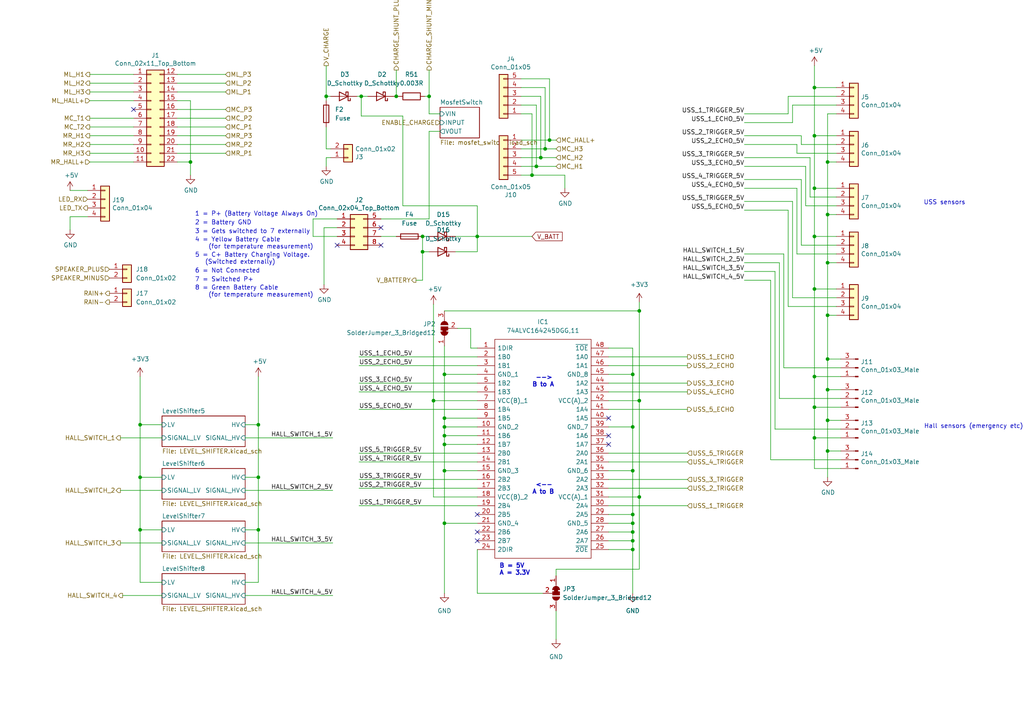
<source format=kicad_sch>
(kicad_sch (version 20211123) (generator eeschema)
  (paper "A4")
  (lib_symbols
    (symbol "74ALVC164245DGG_11:74ALVC164245DGG,11" (pin_names (offset 0.762))
      (property "Reference" "IC" (at 34.29 7.62 0))
      (property "Value" "74ALVC164245DGG,11" (at 34.29 5.08 0))
      (symbol "74ALVC164245DGG,11_0_0"
        (pin passive line (at 0 0 0) (length 5.08) (name "1DIR") (number "1"))
        (pin passive line (at 0 -22.86 0) (length 5.08) (name "GND_2") (number "10"))
        (pin passive line (at 0 -25.4 0) (length 5.08) (name "1B6") (number "11"))
        (pin passive line (at 0 -27.94 0) (length 5.08) (name "1B7") (number "12"))
        (pin passive line (at 0 -30.48 0) (length 5.08) (name "2B0") (number "13"))
        (pin passive line (at 0 -33.02 0) (length 5.08) (name "2B1") (number "14"))
        (pin passive line (at 0 -35.56 0) (length 5.08) (name "GND_3") (number "15"))
        (pin passive line (at 0 -38.1 0) (length 5.08) (name "2B2") (number "16"))
        (pin passive line (at 0 -40.64 0) (length 5.08) (name "2B3") (number "17"))
        (pin passive line (at 0 -43.18 0) (length 5.08) (name "VCC(B)_2") (number "18"))
        (pin passive line (at 0 -45.72 0) (length 5.08) (name "2B4") (number "19"))
        (pin passive line (at 0 -2.54 0) (length 5.08) (name "1B0") (number "2"))
        (pin passive line (at 0 -48.26 0) (length 5.08) (name "2B5") (number "20"))
        (pin passive line (at 0 -50.8 0) (length 5.08) (name "GND_4") (number "21"))
        (pin passive line (at 0 -53.34 0) (length 5.08) (name "2B6") (number "22"))
        (pin passive line (at 0 -55.88 0) (length 5.08) (name "2B7") (number "23"))
        (pin passive line (at 0 -58.42 0) (length 5.08) (name "2DIR") (number "24"))
        (pin passive line (at 38.1 -58.42 180) (length 5.08) (name "~{2OE}") (number "25"))
        (pin passive line (at 38.1 -55.88 180) (length 5.08) (name "2A7") (number "26"))
        (pin passive line (at 38.1 -53.34 180) (length 5.08) (name "2A6") (number "27"))
        (pin passive line (at 38.1 -50.8 180) (length 5.08) (name "GND_5") (number "28"))
        (pin passive line (at 38.1 -48.26 180) (length 5.08) (name "2A5") (number "29"))
        (pin passive line (at 0 -5.08 0) (length 5.08) (name "1B1") (number "3"))
        (pin passive line (at 38.1 -45.72 180) (length 5.08) (name "2A4") (number "30"))
        (pin passive line (at 38.1 -43.18 180) (length 5.08) (name "VCC(A)_1") (number "31"))
        (pin passive line (at 38.1 -40.64 180) (length 5.08) (name "2A3") (number "32"))
        (pin passive line (at 38.1 -38.1 180) (length 5.08) (name "2A2") (number "33"))
        (pin passive line (at 38.1 -35.56 180) (length 5.08) (name "GND_6") (number "34"))
        (pin passive line (at 38.1 -33.02 180) (length 5.08) (name "2A1") (number "35"))
        (pin passive line (at 38.1 -30.48 180) (length 5.08) (name "2A0") (number "36"))
        (pin passive line (at 38.1 -27.94 180) (length 5.08) (name "1A7") (number "37"))
        (pin passive line (at 38.1 -25.4 180) (length 5.08) (name "1A6") (number "38"))
        (pin passive line (at 38.1 -22.86 180) (length 5.08) (name "GND_7") (number "39"))
        (pin passive line (at 0 -7.62 0) (length 5.08) (name "GND_1") (number "4"))
        (pin passive line (at 38.1 -20.32 180) (length 5.08) (name "1A5") (number "40"))
        (pin passive line (at 38.1 -17.78 180) (length 5.08) (name "1A4") (number "41"))
        (pin passive line (at 38.1 -15.24 180) (length 5.08) (name "VCC(A)_2") (number "42"))
        (pin passive line (at 38.1 -12.7 180) (length 5.08) (name "1A3") (number "43"))
        (pin passive line (at 38.1 -10.16 180) (length 5.08) (name "1A2") (number "44"))
        (pin passive line (at 38.1 -7.62 180) (length 5.08) (name "GND_8") (number "45"))
        (pin passive line (at 38.1 -5.08 180) (length 5.08) (name "1A1") (number "46"))
        (pin passive line (at 38.1 -2.54 180) (length 5.08) (name "1A0") (number "47"))
        (pin passive line (at 38.1 0 180) (length 5.08) (name "~{1OE}") (number "48"))
        (pin passive line (at 0 -10.16 0) (length 5.08) (name "1B2") (number "5"))
        (pin passive line (at 0 -12.7 0) (length 5.08) (name "1B3") (number "6"))
        (pin passive line (at 0 -15.24 0) (length 5.08) (name "VCC(B)_1") (number "7"))
        (pin passive line (at 0 -17.78 0) (length 5.08) (name "1B4") (number "8"))
        (pin passive line (at 0 -20.32 0) (length 5.08) (name "1B5") (number "9"))
      )
    )
    (symbol "Connector:Conn_01x03_Male" (pin_names (offset 1.016) hide)
      (property "Reference" "J" (at 0 5.08 0))
      (property "Value" "Conn_01x03_Male" (at 0 -5.08 0))
      (symbol "Conn_01x03_Male_1_1"
        (pin passive line (at 5.08 2.54 180) (length 3.81) (name "Pin_1") (number "1"))
        (pin passive line (at 5.08 0 180) (length 3.81) (name "Pin_2") (number "2"))
        (pin passive line (at 5.08 -2.54 180) (length 3.81) (name "Pin_3") (number "3"))
      )
    )
    (symbol "Connector_Generic:Conn_01x02" (pin_names (offset 1.016) hide)
      (property "Reference" "J" (at 0 2.54 0))
      (property "Value" "Conn_01x02" (at 0 -5.08 0))
      (symbol "Conn_01x02_1_1"
        (pin passive line (at -5.08 0 0) (length 3.81) (name "Pin_1") (number "1"))
        (pin passive line (at -5.08 -2.54 0) (length 3.81) (name "Pin_2") (number "2"))
      )
    )
    (symbol "Connector_Generic:Conn_01x04" (pin_names (offset 1.016) hide)
      (property "Reference" "J" (at 0 5.08 0))
      (property "Value" "Conn_01x04" (at 0 -7.62 0))
      (symbol "Conn_01x04_1_1"
        (pin passive line (at -5.08 2.54 0) (length 3.81) (name "Pin_1") (number "1"))
        (pin passive line (at -5.08 0 0) (length 3.81) (name "Pin_2") (number "2"))
        (pin passive line (at -5.08 -2.54 0) (length 3.81) (name "Pin_3") (number "3"))
        (pin passive line (at -5.08 -5.08 0) (length 3.81) (name "Pin_4") (number "4"))
      )
    )
    (symbol "Connector_Generic:Conn_01x05" (pin_names (offset 1.016) hide)
      (property "Reference" "J" (at 0 7.62 0))
      (property "Value" "Conn_01x05" (at 0 -7.62 0))
      (symbol "Conn_01x05_1_1"
        (pin passive line (at -5.08 5.08 0) (length 3.81) (name "Pin_1") (number "1"))
        (pin passive line (at -5.08 2.54 0) (length 3.81) (name "Pin_2") (number "2"))
        (pin passive line (at -5.08 0 0) (length 3.81) (name "Pin_3") (number "3"))
        (pin passive line (at -5.08 -2.54 0) (length 3.81) (name "Pin_4") (number "4"))
        (pin passive line (at -5.08 -5.08 0) (length 3.81) (name "Pin_5") (number "5"))
      )
    )
    (symbol "Connector_Generic:Conn_02x04_Top_Bottom" (pin_names (offset 1.016) hide)
      (property "Reference" "J" (at 1.27 5.08 0))
      (property "Value" "Conn_02x04_Top_Bottom" (at 1.27 -7.62 0))
      (symbol "Conn_02x04_Top_Bottom_1_1"
        (pin passive line (at -5.08 2.54 0) (length 3.81) (name "Pin_1") (number "1"))
        (pin passive line (at -5.08 0 0) (length 3.81) (name "Pin_2") (number "2"))
        (pin passive line (at -5.08 -2.54 0) (length 3.81) (name "Pin_3") (number "3"))
        (pin passive line (at -5.08 -5.08 0) (length 3.81) (name "Pin_4") (number "4"))
        (pin passive line (at 7.62 2.54 180) (length 3.81) (name "Pin_5") (number "5"))
        (pin passive line (at 7.62 0 180) (length 3.81) (name "Pin_6") (number "6"))
        (pin passive line (at 7.62 -2.54 180) (length 3.81) (name "Pin_7") (number "7"))
        (pin passive line (at 7.62 -5.08 180) (length 3.81) (name "Pin_8") (number "8"))
      )
    )
    (symbol "Connector_Generic:Conn_02x11_Top_Bottom" (pin_names (offset 1.016) hide)
      (property "Reference" "J" (at 1.27 15.24 0))
      (property "Value" "Conn_02x11_Top_Bottom" (at 1.27 -15.24 0))
      (symbol "Conn_02x11_Top_Bottom_1_1"
        (pin passive line (at -5.08 12.7 0) (length 3.81) (name "Pin_1") (number "1"))
        (pin passive line (at -5.08 -10.16 0) (length 3.81) (name "Pin_10") (number "10"))
        (pin passive line (at -5.08 -12.7 0) (length 3.81) (name "Pin_11") (number "11"))
        (pin passive line (at 7.62 12.7 180) (length 3.81) (name "Pin_12") (number "12"))
        (pin passive line (at 7.62 10.16 180) (length 3.81) (name "Pin_13") (number "13"))
        (pin passive line (at 7.62 7.62 180) (length 3.81) (name "Pin_14") (number "14"))
        (pin passive line (at 7.62 5.08 180) (length 3.81) (name "Pin_15") (number "15"))
        (pin passive line (at 7.62 2.54 180) (length 3.81) (name "Pin_16") (number "16"))
        (pin passive line (at 7.62 0 180) (length 3.81) (name "Pin_17") (number "17"))
        (pin passive line (at 7.62 -2.54 180) (length 3.81) (name "Pin_18") (number "18"))
        (pin passive line (at 7.62 -5.08 180) (length 3.81) (name "Pin_19") (number "19"))
        (pin passive line (at -5.08 10.16 0) (length 3.81) (name "Pin_2") (number "2"))
        (pin passive line (at 7.62 -7.62 180) (length 3.81) (name "Pin_20") (number "20"))
        (pin passive line (at 7.62 -10.16 180) (length 3.81) (name "Pin_21") (number "21"))
        (pin passive line (at 7.62 -12.7 180) (length 3.81) (name "Pin_22") (number "22"))
        (pin passive line (at -5.08 7.62 0) (length 3.81) (name "Pin_3") (number "3"))
        (pin passive line (at -5.08 5.08 0) (length 3.81) (name "Pin_4") (number "4"))
        (pin passive line (at -5.08 2.54 0) (length 3.81) (name "Pin_5") (number "5"))
        (pin passive line (at -5.08 0 0) (length 3.81) (name "Pin_6") (number "6"))
        (pin passive line (at -5.08 -2.54 0) (length 3.81) (name "Pin_7") (number "7"))
        (pin passive line (at -5.08 -5.08 0) (length 3.81) (name "Pin_8") (number "8"))
        (pin passive line (at -5.08 -7.62 0) (length 3.81) (name "Pin_9") (number "9"))
      )
    )
    (symbol "Device:D_Schottky" (pin_numbers hide) (pin_names (offset 1.016) hide)
      (property "Reference" "D" (at 0 2.54 0))
      (property "Value" "D_Schottky" (at 0 -2.54 0))
      (symbol "D_Schottky_1_1"
        (pin passive line (at -3.81 0 0) (length 2.54) (name "K") (number "1"))
        (pin passive line (at 3.81 0 180) (length 2.54) (name "A") (number "2"))
      )
    )
    (symbol "Device:Fuse" (pin_numbers hide) (pin_names (offset 0))
      (property "Reference" "F" (at 2.032 0 90))
      (property "Value" "Fuse" (at -1.905 0 90))
      (symbol "Fuse_1_1"
        (pin passive line (at 0 3.81 270) (length 1.27) (name "~") (number "1"))
        (pin passive line (at 0 -3.81 90) (length 1.27) (name "~") (number "2"))
      )
    )
    (symbol "Device:R" (pin_numbers hide) (pin_names (offset 0))
      (property "Reference" "R" (at 2.032 0 90))
      (property "Value" "R" (at 0 0 90))
      (symbol "R_1_1"
        (pin passive line (at 0 3.81 270) (length 1.27) (name "~") (number "1"))
        (pin passive line (at 0 -3.81 90) (length 1.27) (name "~") (number "2"))
      )
    )
    (symbol "Jumper:SolderJumper_3_Bridged12" (pin_names (offset 0) hide)
      (property "Reference" "JP" (at -2.54 -2.54 0))
      (property "Value" "SolderJumper_3_Bridged12" (at 0 2.794 0))
      (symbol "SolderJumper_3_Bridged12_1_1"
        (pin passive line (at -5.08 0 0) (length 2.54) (name "A") (number "1"))
        (pin input line (at 0 -3.81 90) (length 2.54) (name "C") (number "2"))
        (pin passive line (at 5.08 0 180) (length 2.54) (name "B") (number "3"))
      )
    )
    (symbol "power:+3.3V" (power) (pin_names (offset 0))
      (property "Value" "+3.3V" (at 0 3.556 0))
      (symbol "+3.3V_1_1"
        (pin power_in line (at 0 0 90) (length 0) hide (name "+3V3") (number "1"))
      )
    )
    (symbol "power:+5V" (power) (pin_names (offset 0))
      (property "Value" "+5V" (at 0 3.556 0))
      (symbol "+5V_1_1"
        (pin power_in line (at 0 0 90) (length 0) hide (name "+5V") (number "1"))
      )
    )
    (symbol "power:GND" (power) (pin_names (offset 0))
      (property "Value" "GND" (at 0 -3.81 0))
      (symbol "GND_1_1"
        (pin power_in line (at 0 0 270) (length 0) hide (name "GND") (number "1"))
      )
    )
  )
  (junction (at 185.42 116.205))
  (junction (at 183.515 149.225))
  (junction (at 128.905 108.585))
  (junction (at 236.22 127))
  (junction (at 183.515 123.825))
  (junction (at 128.905 136.525))
  (junction (at 183.515 159.385))
  (junction (at 236.22 109.22))
  (junction (at 74.93 123.19))
  (junction (at 240.03 130.81))
  (junction (at 154.305 50.8))
  (junction (at 74.93 153.67))
  (junction (at 125.73 116.205))
  (junction (at 240.03 104.14))
  (junction (at 236.22 39.37))
  (junction (at 40.64 153.67))
  (junction (at 240.03 46.99))
  (junction (at 240.03 76.2))
  (junction (at 128.905 128.905))
  (junction (at 240.03 91.44))
  (junction (at 104.775 27.94))
  (junction (at 128.905 151.765))
  (junction (at 236.22 83.82))
  (junction (at 40.64 123.19))
  (junction (at 185.42 90.17))
  (junction (at 94.615 27.94))
  (junction (at 122.555 73.025))
  (junction (at 138.43 68.58))
  (junction (at 124.46 27.94))
  (junction (at 155.575 48.26))
  (junction (at 240.03 121.92))
  (junction (at 40.64 138.43))
  (junction (at 183.515 154.305))
  (junction (at 185.42 144.145))
  (junction (at 128.905 121.285))
  (junction (at 236.22 25.4))
  (junction (at 183.515 156.845))
  (junction (at 55.245 46.99))
  (junction (at 183.515 151.765))
  (junction (at 236.22 118.11))
  (junction (at 159.385 40.64))
  (junction (at 114.935 27.94))
  (junction (at 158.115 43.18))
  (junction (at 183.515 108.585))
  (junction (at 240.03 113.03))
  (junction (at 156.845 45.72))
  (junction (at 240.03 62.23))
  (junction (at 236.22 54.61))
  (junction (at 74.93 138.43))
  (junction (at 183.515 136.525))
  (junction (at 128.905 126.365))
  (junction (at 236.22 68.58))
  (junction (at 122.555 68.58))
  (junction (at 128.905 123.825))
  (no_connect (at 138.43 149.225))
  (no_connect (at 138.43 154.305))
  (no_connect (at 138.43 156.845))
  (no_connect (at 38.735 31.75))
  (no_connect (at 176.53 128.905))
  (no_connect (at 176.53 126.365))
  (no_connect (at 176.53 121.285))
  (no_connect (at 110.49 71.12))
  (no_connect (at 97.79 71.12))
  (no_connect (at 110.49 66.04))
  (wire (pts (xy 242.57 76.2) (xy 240.03 76.2)))
  (wire (pts (xy 240.03 104.14) (xy 243.84 104.14)))
  (wire (pts (xy 183.515 149.225) (xy 183.515 151.765)))
  (wire (pts (xy 176.53 123.825) (xy 183.515 123.825)))
  (wire (pts (xy 236.22 127) (xy 243.84 127)))
  (wire (pts (xy 136.525 100.965) (xy 138.43 100.965)))
  (wire (pts (xy 40.64 138.43) (xy 46.99 138.43)))
  (wire (pts (xy 127.635 38.1) (xy 124.46 38.1)))
  (wire (pts (xy 128.905 100.33) (xy 128.905 108.585)))
  (wire (pts (xy 51.435 21.59) (xy 65.405 21.59)))
  (wire (pts (xy 104.775 33.655) (xy 116.84 33.655)))
  (wire (pts (xy 128.905 128.905) (xy 138.43 128.905)))
  (wire (pts (xy 71.12 142.24) (xy 96.52 142.24)))
  (wire (pts (xy 34.925 142.24) (xy 46.99 142.24)))
  (wire (pts (xy 176.53 144.145) (xy 185.42 144.145)))
  (wire (pts (xy 114.935 20.32) (xy 114.935 27.94)))
  (wire (pts (xy 156.845 27.94) (xy 156.845 45.72)))
  (wire (pts (xy 51.435 46.99) (xy 55.245 46.99)))
  (wire (pts (xy 51.435 36.83) (xy 65.405 36.83)))
  (wire (pts (xy 114.935 27.94) (xy 115.57 27.94)))
  (wire (pts (xy 215.9 35.56) (xy 229.87 35.56)))
  (wire (pts (xy 215.9 39.37) (xy 232.41 39.37)))
  (wire (pts (xy 183.515 108.585) (xy 183.515 123.825)))
  (wire (pts (xy 38.735 44.45) (xy 26.035 44.45)))
  (wire (pts (xy 161.29 177.165) (xy 161.29 185.42)))
  (wire (pts (xy 94.615 36.83) (xy 94.615 43.18)))
  (wire (pts (xy 104.775 27.94) (xy 104.775 33.655)))
  (wire (pts (xy 224.79 78.74) (xy 215.9 78.74)))
  (wire (pts (xy 242.57 62.23) (xy 240.03 62.23)))
  (wire (pts (xy 138.43 139.065) (xy 104.14 139.065)))
  (wire (pts (xy 128.905 121.285) (xy 138.43 121.285)))
  (wire (pts (xy 158.115 43.18) (xy 161.29 43.18)))
  (wire (pts (xy 183.515 151.765) (xy 183.515 154.305)))
  (wire (pts (xy 38.735 34.29) (xy 26.035 34.29)))
  (wire (pts (xy 40.64 123.19) (xy 46.99 123.19)))
  (wire (pts (xy 215.9 33.02) (xy 228.6 33.02)))
  (wire (pts (xy 51.435 41.91) (xy 65.405 41.91)))
  (wire (pts (xy 236.22 83.82) (xy 236.22 109.22)))
  (wire (pts (xy 183.515 136.525) (xy 183.515 149.225)))
  (wire (pts (xy 176.53 116.205) (xy 185.42 116.205)))
  (wire (pts (xy 138.43 68.58) (xy 154.305 68.58)))
  (wire (pts (xy 51.435 24.13) (xy 65.405 24.13)))
  (wire (pts (xy 183.515 156.845) (xy 183.515 159.385)))
  (wire (pts (xy 40.64 168.91) (xy 40.64 153.67)))
  (wire (pts (xy 215.9 54.61) (xy 231.14 54.61)))
  (wire (pts (xy 242.57 88.9) (xy 228.6 88.9)))
  (wire (pts (xy 38.735 26.67) (xy 26.035 26.67)))
  (wire (pts (xy 132.08 73.025) (xy 138.43 73.025)))
  (wire (pts (xy 243.84 106.68) (xy 227.33 106.68)))
  (wire (pts (xy 114.3 27.94) (xy 114.935 27.94)))
  (wire (pts (xy 199.39 113.665) (xy 176.53 113.665)))
  (wire (pts (xy 138.43 146.685) (xy 104.14 146.685)))
  (wire (pts (xy 25.4 62.865) (xy 20.32 62.865)))
  (wire (pts (xy 122.555 73.025) (xy 124.46 73.025)))
  (wire (pts (xy 215.9 81.28) (xy 223.52 81.28)))
  (wire (pts (xy 26.035 46.99) (xy 38.735 46.99)))
  (wire (pts (xy 40.64 153.67) (xy 46.99 153.67)))
  (wire (pts (xy 240.03 62.23) (xy 240.03 76.2)))
  (wire (pts (xy 127.635 33.02) (xy 124.46 33.02)))
  (wire (pts (xy 138.43 141.605) (xy 104.14 141.605)))
  (wire (pts (xy 199.39 141.605) (xy 176.53 141.605)))
  (wire (pts (xy 176.53 136.525) (xy 183.515 136.525)))
  (wire (pts (xy 151.13 45.72) (xy 156.845 45.72)))
  (wire (pts (xy 234.95 57.15) (xy 242.57 57.15)))
  (wire (pts (xy 226.06 115.57) (xy 243.84 115.57)))
  (wire (pts (xy 240.03 91.44) (xy 240.03 104.14)))
  (wire (pts (xy 236.22 109.22) (xy 243.84 109.22)))
  (wire (pts (xy 223.52 133.35) (xy 243.84 133.35)))
  (wire (pts (xy 183.515 100.965) (xy 183.515 108.585)))
  (wire (pts (xy 228.6 27.94) (xy 242.57 27.94)))
  (wire (pts (xy 236.22 118.11) (xy 236.22 127)))
  (wire (pts (xy 228.6 60.96) (xy 215.9 60.96)))
  (wire (pts (xy 242.57 46.99) (xy 240.03 46.99)))
  (wire (pts (xy 128.905 136.525) (xy 138.43 136.525)))
  (wire (pts (xy 138.43 108.585) (xy 128.905 108.585)))
  (wire (pts (xy 242.57 91.44) (xy 240.03 91.44)))
  (wire (pts (xy 40.64 138.43) (xy 40.64 123.19)))
  (wire (pts (xy 242.57 54.61) (xy 236.22 54.61)))
  (wire (pts (xy 94.615 43.18) (xy 95.885 43.18)))
  (wire (pts (xy 233.68 59.69) (xy 233.68 48.26)))
  (wire (pts (xy 51.435 39.37) (xy 65.405 39.37)))
  (wire (pts (xy 151.13 25.4) (xy 158.115 25.4)))
  (wire (pts (xy 199.39 106.045) (xy 176.53 106.045)))
  (wire (pts (xy 71.12 123.19) (xy 74.93 123.19)))
  (wire (pts (xy 151.13 43.18) (xy 158.115 43.18)))
  (wire (pts (xy 138.43 144.145) (xy 125.73 144.145)))
  (wire (pts (xy 110.49 68.58) (xy 114.935 68.58)))
  (wire (pts (xy 71.12 127) (xy 96.52 127)))
  (wire (pts (xy 240.03 46.99) (xy 240.03 62.23)))
  (wire (pts (xy 176.53 108.585) (xy 183.515 108.585)))
  (wire (pts (xy 154.305 50.8) (xy 163.83 50.8)))
  (wire (pts (xy 228.6 88.9) (xy 228.6 60.96)))
  (wire (pts (xy 240.03 130.81) (xy 240.03 138.43)))
  (wire (pts (xy 38.735 36.83) (xy 26.035 36.83)))
  (wire (pts (xy 138.43 159.385) (xy 138.43 172.085)))
  (wire (pts (xy 176.53 151.765) (xy 183.515 151.765)))
  (wire (pts (xy 97.79 66.04) (xy 93.98 66.04)))
  (wire (pts (xy 176.53 159.385) (xy 183.515 159.385)))
  (wire (pts (xy 199.39 131.445) (xy 176.53 131.445)))
  (wire (pts (xy 51.435 31.75) (xy 65.405 31.75)))
  (wire (pts (xy 74.93 123.19) (xy 74.93 109.22)))
  (wire (pts (xy 151.13 30.48) (xy 155.575 30.48)))
  (wire (pts (xy 151.13 33.02) (xy 154.305 33.02)))
  (wire (pts (xy 95.885 45.72) (xy 94.615 45.72)))
  (wire (pts (xy 232.41 71.12) (xy 232.41 52.07)))
  (wire (pts (xy 128.905 108.585) (xy 128.905 121.285)))
  (wire (pts (xy 240.03 113.03) (xy 240.03 121.92)))
  (wire (pts (xy 38.735 41.91) (xy 26.035 41.91)))
  (wire (pts (xy 183.515 123.825) (xy 183.515 136.525)))
  (wire (pts (xy 240.03 130.81) (xy 243.84 130.81)))
  (wire (pts (xy 231.14 41.91) (xy 215.9 41.91)))
  (wire (pts (xy 176.53 100.965) (xy 183.515 100.965)))
  (wire (pts (xy 122.555 81.28) (xy 122.555 73.025)))
  (wire (pts (xy 128.905 123.825) (xy 138.43 123.825)))
  (wire (pts (xy 242.57 33.02) (xy 240.03 33.02)))
  (wire (pts (xy 35.56 172.72) (xy 46.99 172.72)))
  (wire (pts (xy 231.14 73.66) (xy 242.57 73.66)))
  (wire (pts (xy 124.46 20.32) (xy 124.46 27.94)))
  (wire (pts (xy 116.84 59.69) (xy 138.43 59.69)))
  (wire (pts (xy 231.14 44.45) (xy 231.14 41.91)))
  (wire (pts (xy 176.53 149.225) (xy 183.515 149.225)))
  (wire (pts (xy 159.385 22.86) (xy 159.385 40.64)))
  (wire (pts (xy 231.14 54.61) (xy 231.14 73.66)))
  (wire (pts (xy 199.39 103.505) (xy 176.53 103.505)))
  (wire (pts (xy 156.845 45.72) (xy 161.29 45.72)))
  (wire (pts (xy 122.555 68.58) (xy 124.46 68.58)))
  (wire (pts (xy 232.41 41.91) (xy 242.57 41.91)))
  (wire (pts (xy 120.65 81.28) (xy 122.555 81.28)))
  (wire (pts (xy 138.43 133.985) (xy 104.14 133.985)))
  (wire (pts (xy 240.03 76.2) (xy 240.03 91.44)))
  (wire (pts (xy 224.79 124.46) (xy 224.79 78.74)))
  (wire (pts (xy 236.22 39.37) (xy 236.22 25.4)))
  (wire (pts (xy 104.14 111.125) (xy 138.43 111.125)))
  (wire (pts (xy 199.39 111.125) (xy 176.53 111.125)))
  (wire (pts (xy 51.435 34.29) (xy 65.405 34.29)))
  (wire (pts (xy 229.87 35.56) (xy 229.87 30.48)))
  (wire (pts (xy 20.32 62.865) (xy 20.32 66.675)))
  (wire (pts (xy 90.805 63.5) (xy 90.805 68.58)))
  (wire (pts (xy 74.93 138.43) (xy 74.93 123.19)))
  (wire (pts (xy 199.39 118.745) (xy 176.53 118.745)))
  (wire (pts (xy 94.615 27.94) (xy 94.615 29.21)))
  (wire (pts (xy 242.57 44.45) (xy 231.14 44.45)))
  (wire (pts (xy 236.22 83.82) (xy 242.57 83.82)))
  (wire (pts (xy 236.22 68.58) (xy 236.22 83.82)))
  (wire (pts (xy 229.87 86.36) (xy 242.57 86.36)))
  (wire (pts (xy 215.9 76.2) (xy 226.06 76.2)))
  (wire (pts (xy 185.42 90.17) (xy 185.42 116.205)))
  (wire (pts (xy 151.13 27.94) (xy 156.845 27.94)))
  (wire (pts (xy 236.22 118.11) (xy 243.84 118.11)))
  (wire (pts (xy 151.13 22.86) (xy 159.385 22.86)))
  (wire (pts (xy 232.41 39.37) (xy 232.41 41.91)))
  (wire (pts (xy 51.435 29.21) (xy 55.245 29.21)))
  (wire (pts (xy 243.84 124.46) (xy 224.79 124.46)))
  (wire (pts (xy 242.57 39.37) (xy 236.22 39.37)))
  (wire (pts (xy 229.87 58.42) (xy 229.87 86.36)))
  (wire (pts (xy 240.03 113.03) (xy 243.84 113.03)))
  (wire (pts (xy 154.305 33.02) (xy 154.305 50.8)))
  (wire (pts (xy 161.29 165.1) (xy 161.29 167.005)))
  (wire (pts (xy 128.905 90.17) (xy 185.42 90.17)))
  (wire (pts (xy 155.575 48.26) (xy 161.29 48.26)))
  (wire (pts (xy 71.12 138.43) (xy 74.93 138.43)))
  (wire (pts (xy 183.515 154.305) (xy 183.515 156.845)))
  (wire (pts (xy 74.93 153.67) (xy 74.93 138.43)))
  (wire (pts (xy 51.435 44.45) (xy 65.405 44.45)))
  (wire (pts (xy 124.46 33.02) (xy 124.46 27.94)))
  (wire (pts (xy 223.52 81.28) (xy 223.52 133.35)))
  (wire (pts (xy 93.98 66.04) (xy 93.98 82.55)))
  (wire (pts (xy 199.39 146.685) (xy 176.53 146.685)))
  (wire (pts (xy 123.19 27.94) (xy 124.46 27.94)))
  (wire (pts (xy 104.775 27.94) (xy 106.68 27.94)))
  (wire (pts (xy 236.22 109.22) (xy 236.22 118.11)))
  (wire (pts (xy 159.385 40.64) (xy 161.29 40.64)))
  (wire (pts (xy 128.905 151.765) (xy 138.43 151.765)))
  (wire (pts (xy 232.41 52.07) (xy 215.9 52.07)))
  (wire (pts (xy 20.32 55.245) (xy 25.4 55.245)))
  (wire (pts (xy 97.79 63.5) (xy 90.805 63.5)))
  (wire (pts (xy 215.9 45.72) (xy 234.95 45.72)))
  (wire (pts (xy 104.14 118.745) (xy 138.43 118.745)))
  (wire (pts (xy 236.22 25.4) (xy 236.22 19.05)))
  (wire (pts (xy 199.39 133.985) (xy 176.53 133.985)))
  (wire (pts (xy 26.035 29.21) (xy 38.735 29.21)))
  (wire (pts (xy 94.615 45.72) (xy 94.615 48.26)))
  (wire (pts (xy 163.83 50.8) (xy 163.83 54.61)))
  (wire (pts (xy 132.08 68.58) (xy 138.43 68.58)))
  (wire (pts (xy 128.905 128.905) (xy 128.905 136.525)))
  (wire (pts (xy 55.245 29.21) (xy 55.245 46.99)))
  (wire (pts (xy 71.12 153.67) (xy 74.93 153.67)))
  (wire (pts (xy 104.14 106.045) (xy 138.43 106.045)))
  (wire (pts (xy 40.64 123.19) (xy 40.64 109.22)))
  (wire (pts (xy 151.13 40.64) (xy 159.385 40.64)))
  (wire (pts (xy 185.42 144.145) (xy 185.42 116.205)))
  (wire (pts (xy 242.57 71.12) (xy 232.41 71.12)))
  (wire (pts (xy 234.95 45.72) (xy 234.95 57.15)))
  (wire (pts (xy 240.03 104.14) (xy 240.03 113.03)))
  (wire (pts (xy 158.115 25.4) (xy 158.115 43.18)))
  (wire (pts (xy 242.57 25.4) (xy 236.22 25.4)))
  (wire (pts (xy 128.905 123.825) (xy 128.905 126.365)))
  (wire (pts (xy 128.905 151.765) (xy 128.905 172.085)))
  (wire (pts (xy 176.53 154.305) (xy 183.515 154.305)))
  (wire (pts (xy 40.64 153.67) (xy 40.64 138.43)))
  (wire (pts (xy 227.33 106.68) (xy 227.33 73.66)))
  (wire (pts (xy 125.73 116.205) (xy 125.73 144.145)))
  (wire (pts (xy 155.575 30.48) (xy 155.575 48.26)))
  (wire (pts (xy 240.03 121.92) (xy 240.03 130.81)))
  (wire (pts (xy 228.6 33.02) (xy 228.6 27.94)))
  (wire (pts (xy 40.64 168.91) (xy 46.99 168.91)))
  (wire (pts (xy 215.9 58.42) (xy 229.87 58.42)))
  (wire (pts (xy 125.73 88.265) (xy 125.73 116.205)))
  (wire (pts (xy 132.715 95.25) (xy 136.525 95.25)))
  (wire (pts (xy 236.22 127) (xy 236.22 135.89)))
  (wire (pts (xy 103.505 27.94) (xy 104.775 27.94)))
  (wire (pts (xy 94.615 19.05) (xy 94.615 27.94)))
  (wire (pts (xy 104.14 103.505) (xy 138.43 103.505)))
  (wire (pts (xy 136.525 95.25) (xy 136.525 100.965)))
  (wire (pts (xy 55.245 46.99) (xy 55.245 50.8)))
  (wire (pts (xy 240.03 121.92) (xy 243.84 121.92)))
  (wire (pts (xy 124.46 38.1) (xy 124.46 63.5)))
  (wire (pts (xy 38.735 24.13) (xy 26.035 24.13)))
  (wire (pts (xy 240.03 33.02) (xy 240.03 46.99)))
  (wire (pts (xy 71.12 172.72) (xy 96.52 172.72)))
  (wire (pts (xy 90.805 68.58) (xy 97.79 68.58)))
  (wire (pts (xy 157.48 172.085) (xy 138.43 172.085)))
  (wire (pts (xy 242.57 59.69) (xy 233.68 59.69)))
  (wire (pts (xy 199.39 139.065) (xy 176.53 139.065)))
  (wire (pts (xy 236.22 54.61) (xy 236.22 68.58)))
  (wire (pts (xy 226.06 76.2) (xy 226.06 115.57)))
  (wire (pts (xy 38.735 39.37) (xy 26.035 39.37)))
  (wire (pts (xy 185.42 165.1) (xy 185.42 144.145)))
  (wire (pts (xy 104.14 113.665) (xy 138.43 113.665)))
  (wire (pts (xy 176.53 156.845) (xy 183.515 156.845)))
  (wire (pts (xy 34.925 127) (xy 46.99 127)))
  (wire (pts (xy 71.12 168.91) (xy 74.93 168.91)))
  (wire (pts (xy 242.57 68.58) (xy 236.22 68.58)))
  (wire (pts (xy 151.13 48.26) (xy 155.575 48.26)))
  (wire (pts (xy 236.22 39.37) (xy 236.22 54.61)))
  (wire (pts (xy 138.43 131.445) (xy 104.14 131.445)))
  (wire (pts (xy 227.33 73.66) (xy 215.9 73.66)))
  (wire (pts (xy 138.43 73.025) (xy 138.43 68.58)))
  (wire (pts (xy 34.925 157.48) (xy 46.99 157.48)))
  (wire (pts (xy 229.87 30.48) (xy 242.57 30.48)))
  (wire (pts (xy 116.84 33.655) (xy 116.84 59.69)))
  (wire (pts (xy 243.84 135.89) (xy 236.22 135.89)))
  (wire (pts (xy 94.615 27.94) (xy 95.885 27.94)))
  (wire (pts (xy 233.68 48.26) (xy 215.9 48.26)))
  (wire (pts (xy 185.42 165.1) (xy 161.29 165.1)))
  (wire (pts (xy 128.905 121.285) (xy 128.905 123.825)))
  (wire (pts (xy 128.905 136.525) (xy 128.905 151.765)))
  (wire (pts (xy 151.13 50.8) (xy 154.305 50.8)))
  (wire (pts (xy 128.905 126.365) (xy 138.43 126.365)))
  (wire (pts (xy 38.735 21.59) (xy 26.035 21.59)))
  (wire (pts (xy 125.73 116.205) (xy 138.43 116.205)))
  (wire (pts (xy 183.515 159.385) (xy 183.515 172.085)))
  (wire (pts (xy 110.49 63.5) (xy 124.46 63.5)))
  (wire (pts (xy 138.43 59.69) (xy 138.43 68.58)))
  (wire (pts (xy 128.905 126.365) (xy 128.905 128.905)))
  (wire (pts (xy 51.435 26.67) (xy 65.405 26.67)))
  (wire (pts (xy 74.93 168.91) (xy 74.93 153.67)))
  (wire (pts (xy 71.12 157.48) (xy 96.52 157.48)))
  (wire (pts (xy 185.42 87.63) (xy 185.42 90.17)))
  (wire (pts (xy 122.555 73.025) (xy 122.555 68.58)))
  (text " <--\nA to B" (at 154.305 143.51 0) (effects (font (size 1.27 1.27) (thickness 0.254) bold) (justify left bottom)))
  (text "3 = Gets switched to 7 externally" (at 56.515 67.945 0) (effects (font (size 1.27 1.27)) (justify left bottom)))
  (text "7 = Switched P+" (at 56.515 81.915 0) (effects (font (size 1.27 1.27)) (justify left bottom)))
  (text "5 = C+ Battery Charging Voltage.\n   (Switched externally)" (at 56.515 76.835 0) (effects (font (size 1.27 1.27)) (justify left bottom)))
  (text "1 = P+ (Battery Voltage Always On)" (at 56.515 62.865 0) (effects (font (size 1.27 1.27)) (justify left bottom)))
  (text "8 = Green Battery Cable\n    (for temperature measurement)" (at 56.515 86.36 0) (effects (font (size 1.27 1.27)) (justify left bottom)))
  (text "B = 5V\nA = 3.3V" (at 144.78 167.005 0) (effects (font (size 1.27 1.27) bold) (justify left bottom)))
  (text "2 = Battery GND" (at 56.515 65.405 0) (effects (font (size 1.27 1.27)) (justify left bottom)))
  (text "4 = Yellow Battery Cable\n    (for temperature measurement)" (at 56.515 72.39 0) (effects (font (size 1.27 1.27)) (justify left bottom)))
  (text "Hall sensors (emergency etc)" (at 267.97 124.46 0) (effects (font (size 1.27 1.27)) (justify left bottom)))
  (text " -->\nB to A" (at 154.305 112.395 0) (effects (font (size 1.27 1.27) (thickness 0.254) bold) (justify left bottom)))
  (text "USS sensors" (at 267.8734 59.5673 0) (effects (font (size 1.27 1.27)) (justify left bottom)))
  (text "6 = Not Connected" (at 56.515 79.375 0) (effects (font (size 1.27 1.27)) (justify left bottom)))
  (label "USS_3_ECHO_5V" (at 215.9 48.26 180))
  (label "HALL_SWITCH_2_5V" (at 96.52 142.24 180))
  (label "USS_3_TRIGGER_5V" (at 104.14 139.065 0))
  (label "USS_2_TRIGGER_5V" (at 104.14 141.605 0))
  (label "USS_4_ECHO_5V" (at 215.9 54.61 180))
  (label "USS_5_ECHO_5V" (at 215.9 60.96 180))
  (label "USS_1_ECHO_5V" (at 215.9 35.56 180))
  (label "USS_4_TRIGGER_5V" (at 104.14 133.985 0))
  (label "USS_2_TRIGGER_5V" (at 215.9 39.37 180))
  (label "HALL_SWITCH_4_5V" (at 96.52 172.72 180))
  (label "USS_4_TRIGGER_5V" (at 215.9 52.07 180))
  (label "USS_3_TRIGGER_5V" (at 215.9 45.72 180))
  (label "HALL_SWITCH_3_5V" (at 96.52 157.48 180))
  (label "HALL_SWITCH_3_5V" (at 215.9 78.74 180))
  (label "HALL_SWITCH_2_5V" (at 215.9 76.2 180))
  (label "USS_5_TRIGGER_5V" (at 215.9 58.42 180))
  (label "USS_3_ECHO_5V" (at 104.14 111.125 0))
  (label "USS_2_ECHO_5V" (at 104.14 106.045 0))
  (label "HALL_SWITCH_1_5V" (at 215.9 73.66 180))
  (label "USS_5_TRIGGER_5V" (at 104.14 131.445 0))
  (label "HALL_SWITCH_4_5V" (at 215.9 81.28 180))
  (label "USS_1_ECHO_5V" (at 104.14 103.505 0))
  (label "USS_2_ECHO_5V" (at 215.9 41.91 180))
  (label "USS_5_ECHO_5V" (at 104.14 118.745 0))
  (label "USS_1_TRIGGER_5V" (at 215.9 33.02 180))
  (label "USS_4_ECHO_5V" (at 104.14 113.665 0))
  (label "HALL_SWITCH_1_5V" (at 96.52 127 180))
  (label "USS_1_TRIGGER_5V" (at 104.14 146.685 0))
  (global_label "V_BATT" (shape input) (at 154.305 68.58 0) (property "Intersheet References" "${INTERSHEET_REFS}" (effects hide)))
  (hierarchical_label "USS_3_TRIGGER" (shape input) (at 199.39 139.065 0))
  (hierarchical_label "MC_P2" (shape input) (at 65.405 34.29 0))
  (hierarchical_label "USS_5_ECHO" (shape output) (at 199.39 118.745 0))
  (hierarchical_label "HALL_SWITCH_2" (shape output) (at 34.925 142.24 180))
  (hierarchical_label "ENABLE_CHARGE" (shape input) (at 127.635 35.56 180))
  (hierarchical_label "V_CHARGE" (shape output) (at 94.615 19.05 90))
  (hierarchical_label "ML_H2" (shape output) (at 26.035 24.13 180))
  (hierarchical_label "RAIN+" (shape output) (at 31.75 85.09 180))
  (hierarchical_label "MC_T2" (shape output) (at 26.035 36.83 180))
  (hierarchical_label "MC_T1" (shape output) (at 26.035 34.29 180))
  (hierarchical_label "MR_H2" (shape output) (at 26.035 41.91 180))
  (hierarchical_label "V_BATTERY" (shape output) (at 120.65 81.28 180))
  (hierarchical_label "SPEAKER_MINUS" (shape input) (at 31.75 80.645 180))
  (hierarchical_label "MC_HALL+" (shape input) (at 161.29 40.64 0))
  (hierarchical_label "LED_RX" (shape input) (at 25.4 57.785 180))
  (hierarchical_label "MC_P1" (shape input) (at 65.405 36.83 0))
  (hierarchical_label "USS_2_TRIGGER" (shape input) (at 199.39 141.605 0))
  (hierarchical_label "ML_HALL+" (shape input) (at 26.035 29.21 180))
  (hierarchical_label "HALL_SWITCH_4" (shape output) (at 35.56 172.72 180))
  (hierarchical_label "ML_P2" (shape input) (at 65.405 24.13 0))
  (hierarchical_label "MR_P3" (shape input) (at 65.405 39.37 0))
  (hierarchical_label "MR_P2" (shape input) (at 65.405 41.91 0))
  (hierarchical_label "ML_H3" (shape output) (at 26.035 26.67 180))
  (hierarchical_label "USS_1_TRIGGER" (shape input) (at 199.39 146.685 0))
  (hierarchical_label "ML_P3" (shape input) (at 65.405 21.59 0))
  (hierarchical_label "CHARGE_SHUNT_MINUS" (shape output) (at 124.46 20.32 90))
  (hierarchical_label "HALL_SWITCH_1" (shape output) (at 34.925 127 180))
  (hierarchical_label "USS_3_ECHO" (shape output) (at 199.39 111.125 0))
  (hierarchical_label "RAIN-" (shape output) (at 31.75 87.63 180))
  (hierarchical_label "MR_HALL+" (shape input) (at 26.035 46.99 180))
  (hierarchical_label "USS_2_ECHO" (shape output) (at 199.39 106.045 0))
  (hierarchical_label "HALL_SWITCH_3" (shape output) (at 34.925 157.48 180))
  (hierarchical_label "USS_1_ECHO" (shape output) (at 199.39 103.505 0))
  (hierarchical_label "MR_P1" (shape input) (at 65.405 44.45 0))
  (hierarchical_label "ML_H1" (shape output) (at 26.035 21.59 180))
  (hierarchical_label "LED_TX" (shape output) (at 25.4 60.325 180))
  (hierarchical_label "ML_P1" (shape input) (at 65.405 26.67 0))
  (hierarchical_label "CHARGE_SHUNT_PLUS" (shape output) (at 114.935 20.32 90))
  (hierarchical_label "USS_4_TRIGGER" (shape input) (at 199.39 133.985 0))
  (hierarchical_label "MC_P3" (shape input) (at 65.405 31.75 0))
  (hierarchical_label "MR_H3" (shape output) (at 26.035 44.45 180))
  (hierarchical_label "USS_5_TRIGGER" (shape input) (at 199.39 131.445 0))
  (hierarchical_label "MC_H1" (shape input) (at 161.29 48.26 0))
  (hierarchical_label "MC_H3" (shape input) (at 161.29 43.18 0))
  (hierarchical_label "MC_H2" (shape input) (at 161.29 45.72 0))
  (hierarchical_label "MR_H1" (shape output) (at 26.035 39.37 180))
  (hierarchical_label "USS_4_ECHO" (shape output) (at 199.39 113.665 0))
  (hierarchical_label "SPEAKER_PLUS" (shape input) (at 31.75 78.105 180))
  (symbol (lib_id "Connector_Generic:Conn_02x11_Top_Bottom") (at 43.815 34.29 0) (unit 1)
    (property "Reference" "J1" (at 45.085 16.0782 0))
    (property "Value" "Conn_02x11_Top_Bottom" (at 45.085 18.3896 0))
    (property "Footprint" "Connector_Molex:Molex_Mini-Fit_Jr_5566-22A_2x11_P4.20mm_Vertical" (effects hide))
    (property "Digikey" "WM23810-ND" (effects hide))
    (property "Part Number" "0039288220" (effects hide))
    (property "Stock_PN" "J-TH-4.2mm-2x11F" (effects hide))
  )
  (symbol (lib_id "power:GND") (at 55.245 50.8 0) (unit 1)
    (property "Reference" "#PWR0101" (effects hide))
    (property "Value" "GND" (at 55.372 55.1942 0))
  )
  (symbol (lib_id "Connector_Generic:Conn_01x02") (at 100.965 45.72 0) (mirror x) (unit 1)
    (property "Reference" "J3" (at 102.997 45.5168 0) (effects (justify left)))
    (property "Value" "Conn_01x02" (at 102.997 43.2054 0) (effects (justify left)))
    (property "Footprint" "Connector_Molex:Molex_Mini-Fit_Jr_5566-02A_2x01_P4.20mm_Vertical" (effects hide))
    (property "Digikey" "WM3843-ND" (effects hide))
    (property "Part Number" "0039293026" (effects hide))
    (property "Stock_PN" "J-TH-4.2mm-1x2F" (effects hide))
    (property "LCSC" "C563782" (effects hide))
  )
  (symbol (lib_id "power:GND") (at 94.615 48.26 0) (unit 1)
    (property "Reference" "#PWR0104" (effects hide))
    (property "Value" "GND" (at 94.742 52.6542 0))
  )
  (symbol (lib_id "Connector_Generic:Conn_02x04_Top_Bottom") (at 102.87 66.04 0) (unit 1)
    (property "Reference" "J2" (at 104.14 57.9882 0))
    (property "Value" "Conn_02x04_Top_Bottom" (at 104.14 60.2996 0))
    (property "Footprint" "Connector_Molex:Molex_Mini-Fit_Jr_5566-08A_2x04_P4.20mm_Vertical" (effects hide))
    (property "Digikey" "23-0039310080-ND" (effects hide))
    (property "Part Number" "0039310080" (effects hide))
    (property "Stock_PN" "J-TH-4.2mm-2x4F" (effects hide))
    (property "LCSC" "C2764796" (effects hide))
  )
  (symbol (lib_id "power:GND") (at 93.98 82.55 0) (unit 1)
    (property "Reference" "#PWR0105" (effects hide))
    (property "Value" "GND" (at 94.107 86.9442 0))
  )
  (symbol (lib_id "Connector_Generic:Conn_01x05") (at 146.05 45.72 0) (mirror y) (unit 1)
    (property "Reference" "J10" (at 148.1328 56.515 0))
    (property "Value" "Conn_01x05" (at 148.1328 54.2036 0))
    (property "Footprint" "Connector_JST:JST_PH_B5B-PH-K_1x05_P2.00mm_Vertical" (effects hide))
    (property "Stock_PN" "J-JST-PH-1x5" (effects hide))
    (property "LCSC" "C442247" (effects hide))
  )
  (symbol (lib_id "Jumper:SolderJumper_3_Bridged12") (at 128.905 95.25 90) (unit 1)
    (property "Reference" "JP2" (at 126.365 93.9799 90) (effects (justify left)))
    (property "Value" "SolderJumper_3_Bridged12" (at 126.365 96.52 90) (effects (justify left)))
    (property "Footprint" "Jumper:SolderJumper-3_P1.3mm_Bridged12_Pad1.0x1.5mm" (effects hide))
    (property "Config" "do not place" (effects hide))
    (property "DNP" "Y" (effects hide))
  )
  (symbol (lib_id "power:GND") (at 240.03 138.43 0) (unit 1)
    (property "Reference" "#PWR0103" (effects hide))
    (property "Value" "GND" (at 240.157 142.8242 0))
  )
  (symbol (lib_id "Connector_Generic:Conn_01x04") (at 30.48 57.785 0) (unit 1)
    (property "Reference" "J19" (at 32.512 57.9882 0) (effects (justify left)))
    (property "Value" "Conn_01x04" (at 32.512 60.2996 0) (effects (justify left)))
    (property "Footprint" "Connector_JST:JST_XH_B4B-XH-A_1x04_P2.50mm_Vertical" (effects hide))
    (property "Digikey" "455-2249-ND" (effects hide))
    (property "Part Number" "B4B-XH-A(LF)(SN)" (effects hide))
    (property "Stock_PN" "J-JST-XH-1x4" (effects hide))
    (property "LCSC" "C144395" (effects hide))
  )
  (symbol (lib_id "power:+5V") (at 74.93 109.22 0) (unit 1)
    (property "Reference" "#PWR0141" (effects hide))
    (property "Value" "+5V" (at 75.311 104.8258 0))
  )
  (symbol (lib_id "power:+3.3V") (at 185.42 87.63 0) (unit 1)
    (property "Reference" "#PWR0120" (effects hide))
    (property "Value" "+3.3V" (at 185.42 82.55 0))
  )
  (symbol (lib_id "power:GND") (at 183.515 172.085 0) (unit 1)
    (property "Reference" "#PWR0108" (effects hide))
    (property "Value" "GND" (at 183.515 177.165 0))
  )
  (symbol (lib_id "power:+5V") (at 236.22 19.05 0) (unit 1)
    (property "Reference" "#PWR0111" (effects hide))
    (property "Value" "+5V" (at 236.601 14.6558 0))
  )
  (symbol (lib_id "74ALVC164245DGG_11:74ALVC164245DGG,11") (at 138.43 100.965 0) (unit 1)
    (property "Reference" "IC1" (at 157.48 93.345 0))
    (property "Value" "74ALVC164245DGG,11" (at 157.48 95.885 0))
    (property "Footprint" "74ALVC164245DGG:SOP50P810X120-48N" (effects hide))
    (property "Datasheet" "https://assets.nexperia.com/documents/data-sheet/74ALVC164245.pdf" (effects hide))
    (property "Description" "74ALVC164245 - 16-bit dual supply translating transceiver; 3-state@en-us" (effects hide))
    (property "Height" "1.2" (effects hide))
    (property "Manufacturer_Name" "Nexperia" (effects hide))
    (property "Manufacturer_Part_Number" "74ALVC164245DGG,11" (effects hide))
    (property "Digikey" "1727-4290-1-ND" (effects hide))
    (property "Part Number" "74ALVC164245DGG:11" (effects hide))
    (property "Stock_PN" "U-74ALVC164245" (effects hide))
    (property "LCSC" "C5531" (effects hide))
  )
  (symbol (lib_id "power:GND") (at 20.32 66.675 0) (unit 1)
    (property "Reference" "#PWR0146" (effects hide))
    (property "Value" "GND" (at 20.447 71.0692 0))
  )
  (symbol (lib_id "Connector_Generic:Conn_01x04") (at 247.65 27.94 0) (unit 1)
    (property "Reference" "J5" (at 249.682 28.1432 0) (effects (justify left)))
    (property "Value" "Conn_01x04" (at 249.682 30.4546 0) (effects (justify left)))
    (property "Footprint" "Connector_JST:JST_XH_B4B-XH-A_1x04_P2.50mm_Vertical" (effects hide))
    (property "Digikey" "455-2249-ND" (effects hide))
    (property "Part Number" "B4B-XH-A(LF)(SN)" (effects hide))
    (property "Stock_PN" "J-JST-XH-1x4" (effects hide))
    (property "LCSC" "C144395" (effects hide))
  )
  (symbol (lib_id "power:GND") (at 163.83 54.61 0) (unit 1)
    (property "Reference" "#PWR0170" (effects hide))
    (property "Value" "GND" (at 163.957 59.0042 0))
  )
  (symbol (lib_id "Connector_Generic:Conn_01x02") (at 36.83 78.105 0) (unit 1)
    (property "Reference" "J18" (at 39.37 78.1049 0) (effects (justify left)))
    (property "Value" "Conn_01x02" (at 39.37 80.6449 0) (effects (justify left)))
    (property "Footprint" "Connector_JST:JST_XH_B2B-XH-A_1x02_P2.50mm_Vertical" (effects hide))
    (property "Digikey" "455-2946-ND" (effects hide))
    (property "Part Number" "B2B-XH-A-GU" (effects hide))
    (property "Stock_PN" "J-JST-XH-1x2" (effects hide))
    (property "LCSC" "C2910525" (effects hide))
  )
  (symbol (lib_id "Device:Fuse") (at 118.745 68.58 90) (unit 1)
    (property "Reference" "F4" (at 118.745 62.23 90))
    (property "Value" "Fuse" (at 118.745 64.77 90))
    (property "Footprint" "MyModules:Fuseholder5x20_horiz_open_inline_Type-I" (effects hide))
    (property "Part Number" "https://aliexpress.com/item/4000318714025.html" (effects hide))
    (property "Stock_PN" "FH-FC-202-24" (effects hide))
    (property "Description" "You will need a pair of holders" (effects hide))
    (property "LCSC" "C3117" (effects hide))
  )
  (symbol (lib_id "Connector_Generic:Conn_01x04") (at 247.65 41.91 0) (unit 1)
    (property "Reference" "J6" (at 249.682 42.1132 0) (effects (justify left)))
    (property "Value" "Conn_01x04" (at 249.682 44.4246 0) (effects (justify left)))
    (property "Footprint" "Connector_JST:JST_XH_B4B-XH-A_1x04_P2.50mm_Vertical" (effects hide))
    (property "Digikey" "455-2249-ND" (effects hide))
    (property "Part Number" "B4B-XH-A(LF)(SN)" (effects hide))
    (property "Stock_PN" "J-JST-XH-1x4" (effects hide))
    (property "LCSC" "C144395" (effects hide))
  )
  (symbol (lib_id "Connector_Generic:Conn_01x05") (at 146.05 27.94 180) (unit 1)
    (property "Reference" "J4" (at 148.1328 17.145 0))
    (property "Value" "Conn_01x05" (at 148.1328 19.4564 0))
    (property "Footprint" "Connector_JST:JST_XH_B5B-XH-A_1x05_P2.50mm_Vertical" (effects hide))
    (property "Digikey" "455-2270-ND" (effects hide))
    (property "Part Number" "B5B-XH-A(LF)(SN)" (effects hide))
    (property "Stock_PN" "J-JST-XH-1x5" (effects hide))
    (property "LCSC" "C157991" (effects hide))
  )
  (symbol (lib_id "power:GND") (at 128.905 172.085 0) (unit 1)
    (property "Reference" "#PWR0153" (effects hide))
    (property "Value" "GND" (at 128.905 177.165 0))
  )
  (symbol (lib_id "Connector_Generic:Conn_01x04") (at 247.65 86.36 0) (unit 1)
    (property "Reference" "J9" (at 249.682 86.5632 0) (effects (justify left)))
    (property "Value" "Conn_01x04" (at 249.682 88.8746 0) (effects (justify left)))
    (property "Footprint" "Connector_JST:JST_XH_B4B-XH-A_1x04_P2.50mm_Vertical" (effects hide))
    (property "Digikey" "455-2249-ND" (effects hide))
    (property "Part Number" "B4B-XH-A(LF)(SN)" (effects hide))
    (property "Stock_PN" "J-JST-XH-1x4" (effects hide))
    (property "LCSC" "C144395" (effects hide))
  )
  (symbol (lib_id "Device:D_Schottky") (at 128.27 68.58 180) (unit 1)
    (property "Reference" "D15" (at 128.5875 62.23 0))
    (property "Value" "D_Schottky" (at 128.5875 64.77 0))
    (property "Footprint" "Diode_SMD:D_SMA_Handsoldering" (effects hide))
    (property "Digikey" "3757-SB54AFC_R1_00001CT-ND" (effects hide))
    (property "Part Number" "SB54AFC_R1_00001" (effects hide))
    (property "Stock_PN" "D-SMA-Schottky-40V-5A" (effects hide))
    (property "LCSC" "C113939" (effects hide))
  )
  (symbol (lib_id "Connector:Conn_01x03_Male") (at 248.92 115.57 180) (unit 1)
    (property "Reference" "J12" (at 249.6312 113.8428 0) (effects (justify right)))
    (property "Value" "Conn_01x03_Male" (at 249.6312 116.1542 0) (effects (justify right)))
    (property "Footprint" "Connector_JST:JST_XH_B3B-XH-A_1x03_P2.50mm_Vertical" (effects hide))
    (property "Digikey" "455-2231-ND" (effects hide))
    (property "Part Number" "B3B-XH-AM(LF)(SN)" (effects hide))
    (property "Stock_PN" "J-JST-XH-1x3" (effects hide))
    (property "LCSC" "C161870" (effects hide))
  )
  (symbol (lib_id "Connector_Generic:Conn_01x04") (at 247.65 71.12 0) (unit 1)
    (property "Reference" "J8" (at 249.682 71.3232 0) (effects (justify left)))
    (property "Value" "Conn_01x04" (at 249.682 73.6346 0) (effects (justify left)))
    (property "Footprint" "Connector_JST:JST_XH_B4B-XH-A_1x04_P2.50mm_Vertical" (effects hide))
    (property "Digikey" "455-2249-ND" (effects hide))
    (property "Part Number" "B4B-XH-A(LF)(SN)" (effects hide))
    (property "Stock_PN" "J-JST-XH-1x4" (effects hide))
    (property "LCSC" "C144395" (effects hide))
  )
  (symbol (lib_id "Device:D_Schottky") (at 128.27 73.025 180) (unit 1)
    (property "Reference" "D16" (at 128.5875 66.675 0))
    (property "Value" "D_Schottky" (at 128.5875 69.215 0))
    (property "Footprint" "Diode_SMD:D_SMA_Handsoldering" (effects hide))
    (property "Digikey" "3757-SB54AFC_R1_00001CT-ND" (effects hide))
    (property "Part Number" "SB54AFC_R1_00001" (effects hide))
    (property "Stock_PN" "D-SMA-Schottky-40V-5A" (effects hide))
    (property "LCSC" "C113939" (effects hide))
  )
  (symbol (lib_id "Device:D_Schottky") (at 110.49 27.94 180) (unit 1)
    (property "Reference" "D2" (at 110.8075 21.59 0))
    (property "Value" "D_Schottky" (at 110.8075 24.13 0))
    (property "Footprint" "Diode_SMD:D_SMA_Handsoldering" (effects hide))
    (property "Digikey" "3757-SB54AFC_R1_00001CT-ND" (effects hide))
    (property "Part Number" "SB54AFC_R1_00001" (effects hide))
    (property "Stock_PN" "D-SMA-Schottky-40V-5A" (effects hide))
    (property "LCSC" "C113939" (effects hide))
  )
  (symbol (lib_id "Connector:Conn_01x03_Male") (at 248.92 133.35 180) (unit 1)
    (property "Reference" "J14" (at 249.6312 131.6228 0) (effects (justify right)))
    (property "Value" "Conn_01x03_Male" (at 249.6312 133.9342 0) (effects (justify right)))
    (property "Footprint" "Connector_JST:JST_XH_B3B-XH-A_1x03_P2.50mm_Vertical" (effects hide))
    (property "Digikey" "455-2231-ND" (effects hide))
    (property "Part Number" "B3B-XH-AM(LF)(SN)" (effects hide))
    (property "Stock_PN" "J-JST-XH-1x3" (effects hide))
    (property "LCSC" "C161870" (effects hide))
  )
  (symbol (lib_id "power:+5V") (at 125.73 88.265 0) (unit 1)
    (property "Reference" "#PWR0122" (effects hide))
    (property "Value" "+5V" (at 126.111 83.8708 0))
  )
  (symbol (lib_id "Connector:Conn_01x03_Male") (at 248.92 106.68 180) (unit 1)
    (property "Reference" "J11" (at 249.6312 104.9528 0) (effects (justify right)))
    (property "Value" "Conn_01x03_Male" (at 249.6312 107.2642 0) (effects (justify right)))
    (property "Footprint" "Connector_JST:JST_XH_B3B-XH-A_1x03_P2.50mm_Vertical" (effects hide))
    (property "Digikey" "455-2231-ND" (effects hide))
    (property "Part Number" "B3B-XH-AM(LF)(SN)" (effects hide))
    (property "Stock_PN" "J-JST-XH-1x3" (effects hide))
    (property "LCSC" "C161870" (effects hide))
  )
  (symbol (lib_id "Device:Fuse") (at 94.615 33.02 0) (unit 1)
    (property "Reference" "F2" (at 97.155 31.7499 0) (effects (justify left)))
    (property "Value" "Fuse" (at 97.155 34.2899 0) (effects (justify left)))
    (property "Footprint" "MyModules:Fuseholder5x20_horiz_open_inline_Type-I" (effects hide))
    (property "Part Number" "https://aliexpress.com/item/4000318714025.html" (effects hide))
    (property "Stock_PN" "FH-FC-202-24" (effects hide))
    (property "Description" "You will need a pair of holders" (effects hide))
    (property "LCSC" "C3117" (effects hide))
  )
  (symbol (lib_id "Connector:Conn_01x03_Male") (at 248.92 124.46 180) (unit 1)
    (property "Reference" "J13" (at 249.6312 122.7328 0) (effects (justify right)))
    (property "Value" "Conn_01x03_Male" (at 249.6312 125.0442 0) (effects (justify right)))
    (property "Footprint" "Connector_JST:JST_XH_B3B-XH-A_1x03_P2.50mm_Vertical" (effects hide))
    (property "Digikey" "455-2231-ND" (effects hide))
    (property "Part Number" "B3B-XH-AM(LF)(SN)" (effects hide))
    (property "Stock_PN" "J-JST-XH-1x3" (effects hide))
    (property "LCSC" "C161870" (effects hide))
  )
  (symbol (lib_id "power:+5V") (at 20.32 55.245 0) (unit 1)
    (property "Reference" "#PWR0140" (effects hide))
    (property "Value" "+5V" (at 20.701 50.8508 0))
  )
  (symbol (lib_id "power:+3.3V") (at 40.64 109.22 0) (unit 1)
    (property "Reference" "#PWR0123" (effects hide))
    (property "Value" "+3.3V" (at 40.64 104.14 0))
  )
  (symbol (lib_id "Device:D_Schottky") (at 99.695 27.94 180) (unit 1)
    (property "Reference" "D3" (at 100.0125 21.59 0))
    (property "Value" "D_Schottky" (at 100.0125 24.13 0))
    (property "Footprint" "Diode_SMD:D_SMA_Handsoldering" (effects hide))
    (property "Digikey" "3757-SB54AFC_R1_00001CT-ND" (effects hide))
    (property "Part Number" "SB54AFC_R1_00001" (effects hide))
    (property "Stock_PN" "D-SMA-Schottky-40V-5A" (effects hide))
    (property "LCSC" "C113939" (effects hide))
  )
  (symbol (lib_id "power:GND") (at 161.29 185.42 0) (unit 1)
    (property "Reference" "#PWR0121" (effects hide))
    (property "Value" "GND" (at 161.29 190.5 0))
  )
  (symbol (lib_id "Connector_Generic:Conn_01x02") (at 36.83 85.09 0) (unit 1)
    (property "Reference" "J17" (at 39.37 85.0899 0) (effects (justify left)))
    (property "Value" "Conn_01x02" (at 39.37 87.6299 0) (effects (justify left)))
    (property "Footprint" "Connector_JST:JST_XH_B2B-XH-A_1x02_P2.50mm_Vertical" (effects hide))
    (property "Digikey" "455-2946-ND" (effects hide))
    (property "Part Number" "B2B-XH-A-GU" (effects hide))
    (property "Stock_PN" "J-JST-XH-1x2" (effects hide))
    (property "LCSC" "C2910525" (effects hide))
  )
  (symbol (lib_id "Connector_Generic:Conn_01x04") (at 247.65 57.15 0) (unit 1)
    (property "Reference" "J7" (at 249.682 57.3532 0) (effects (justify left)))
    (property "Value" "Conn_01x04" (at 249.682 59.6646 0) (effects (justify left)))
    (property "Footprint" "Connector_JST:JST_XH_B4B-XH-A_1x04_P2.50mm_Vertical" (effects hide))
    (property "Digikey" "455-2249-ND" (effects hide))
    (property "Part Number" "B4B-XH-A(LF)(SN)" (effects hide))
    (property "Stock_PN" "J-JST-XH-1x4" (effects hide))
    (property "LCSC" "C144395" (effects hide))
  )
  (symbol (lib_id "Device:R") (at 119.38 27.94 90) (unit 1)
    (property "Reference" "R51" (at 119.38 21.59 90))
    (property "Value" "0.003R" (at 119.38 24.13 90))
    (property "Footprint" "Resistor_SMD:R_2512_6332Metric_Pad1.40x3.35mm_HandSolder" (effects hide))
    (property "Digikey" "RHM.003AUCT-ND" (effects hide))
    (property "Part Number" "PMR100HZPFV3L00" (effects hide))
    (property "Stock_PN" "R-2512-.003-2W-1%" (effects hide))
    (property "LCSC" "C509733" (effects hide))
  )
  (symbol (lib_id "Jumper:SolderJumper_3_Bridged12") (at 161.29 172.085 270) (unit 1)
    (property "Reference" "JP3" (at 163.195 170.8149 90) (effects (justify left)))
    (property "Value" "SolderJumper_3_Bridged12" (at 163.195 173.3549 90) (effects (justify left)))
    (property "Footprint" "Jumper:SolderJumper-3_P1.3mm_Bridged12_Pad1.0x1.5mm" (effects hide))
    (property "Config" "do not place" (effects hide))
    (property "DNP" "Y" (effects hide))
  )
  (sheet (at 127.635 31.115) (size 11.43 8.89) (stroke (width 0.1524))
    (property "Sheet name" "MosfetSwitch" (at 127.635 30.4034 0) (effects (justify left bottom)))
    (property "Sheet file" "mosfet_switch.kicad_sch" (at 127.635 40.5896 0) (effects (justify left top)))
    (pin "INPUT" input (at 127.635 35.56 180))
    (pin "VIN" input (at 127.635 33.02 180))
    (pin "VOUT" output (at 127.635 38.1 180))
  )
  (sheet (at 46.99 166.37) (size 24.13 8.89) (stroke (width 0.1524))
    (property "Sheet name" "LevelShifter8" (at 46.99 165.6584 0) (effects (justify left bottom)))
    (property "Sheet file" "LEVEL_SHIFTER.kicad_sch" (at 46.99 175.8446 0) (effects (justify left top)))
    (pin "SIGNAL_HV" input (at 71.12 172.72 0))
    (pin "SIGNAL_LV" input (at 46.99 172.72 180))
    (pin "LV" input (at 46.99 168.91 180))
    (pin "HV" input (at 71.12 168.91 0))
  )
  (sheet (at 46.99 151.13) (size 24.13 8.89) (stroke (width 0.1524))
    (property "Sheet name" "LevelShifter7" (at 46.99 150.4184 0) (effects (justify left bottom)))
    (property "Sheet file" "LEVEL_SHIFTER.kicad_sch" (at 46.99 160.6046 0) (effects (justify left top)))
    (pin "SIGNAL_HV" input (at 71.12 157.48 0))
    (pin "SIGNAL_LV" input (at 46.99 157.48 180))
    (pin "LV" input (at 46.99 153.67 180))
    (pin "HV" input (at 71.12 153.67 0))
  )
  (sheet (at 46.99 120.65) (size 24.13 8.89) (stroke (width 0.1524))
    (property "Sheet name" "LevelShifter5" (at 46.99 119.9384 0) (effects (justify left bottom)))
    (property "Sheet file" "LEVEL_SHIFTER.kicad_sch" (at 46.99 130.1246 0) (effects (justify left top)))
    (pin "SIGNAL_HV" input (at 71.12 127 0))
    (pin "SIGNAL_LV" input (at 46.99 127 180))
    (pin "LV" input (at 46.99 123.19 180))
    (pin "HV" input (at 71.12 123.19 0))
  )
  (sheet (at 46.99 135.89) (size 24.13 8.89) (stroke (width 0.1524))
    (property "Sheet name" "LevelShifter6" (at 46.99 135.1784 0) (effects (justify left bottom)))
    (property "Sheet file" "LEVEL_SHIFTER.kicad_sch" (at 46.99 145.3646 0) (effects (justify left top)))
    (pin "SIGNAL_HV" input (at 71.12 142.24 0))
    (pin "SIGNAL_LV" input (at 46.99 142.24 180))
    (pin "LV" input (at 46.99 138.43 180))
    (pin "HV" input (at 71.12 138.43 0))
  )
)
</source>
